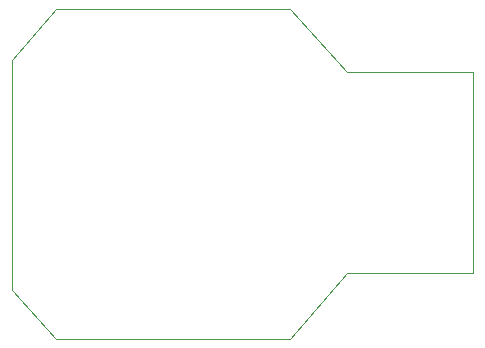
<source format=gm1>
%TF.GenerationSoftware,KiCad,Pcbnew,7.0.6*%
%TF.CreationDate,2024-04-07T09:56:08-04:00*%
%TF.ProjectId,Safe-To-Mate-O-Matic-v4,53616665-2d54-46f2-9d4d-6174652d4f2d,rev?*%
%TF.SameCoordinates,Original*%
%TF.FileFunction,Profile,NP*%
%FSLAX46Y46*%
G04 Gerber Fmt 4.6, Leading zero omitted, Abs format (unit mm)*
G04 Created by KiCad (PCBNEW 7.0.6) date 2024-04-07 09:56:08*
%MOMM*%
%LPD*%
G01*
G04 APERTURE LIST*
%TA.AperFunction,Profile*%
%ADD10C,0.100000*%
%TD*%
G04 APERTURE END LIST*
D10*
X136982200Y-93167200D02*
X140716000Y-97295000D01*
X176022000Y-74689000D02*
X165354000Y-74689000D01*
X136982200Y-73685400D02*
X136982200Y-93167200D01*
X176022000Y-91707000D02*
X165354000Y-91707000D01*
X160528000Y-97295000D02*
X150622000Y-97295000D01*
X165354000Y-91707000D02*
X160528000Y-97295000D01*
X136982200Y-73685400D02*
X140716000Y-69355000D01*
X165354000Y-74689000D02*
X160528000Y-69355000D01*
X176022000Y-91707000D02*
X176022000Y-74689000D01*
X140716000Y-97295000D02*
X150622000Y-97295000D01*
X160528000Y-69355000D02*
X150622000Y-69355000D01*
X140716000Y-69355000D02*
X150622000Y-69355000D01*
M02*

</source>
